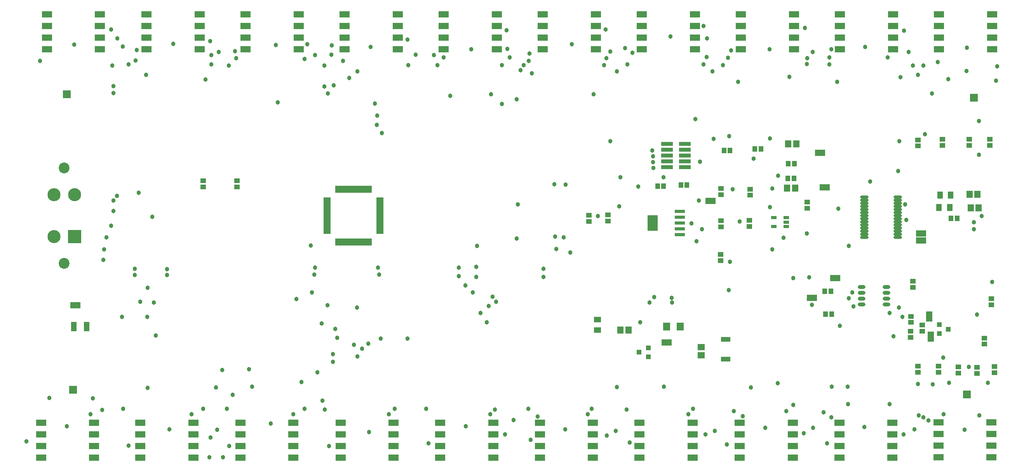
<source format=gbr>
%TF.GenerationSoftware,Altium Limited,Altium Designer,18.1.9 (240)*%
G04 Layer_Color=8388736*
%FSLAX26Y26*%
%MOIN*%
%TF.FileFunction,Soldermask,Top*%
%TF.Part,Single*%
G01*
G75*
%TA.AperFunction,SMDPad,CuDef*%
%ADD51R,0.088709X0.053276*%
%ADD52R,0.053276X0.088709*%
%TA.AperFunction,ViaPad*%
%ADD53R,0.068000X0.068000*%
%TA.AperFunction,ComponentPad*%
%ADD54C,0.111937*%
%ADD55C,0.093039*%
%ADD56R,0.111937X0.111937*%
%TA.AperFunction,ViaPad*%
%ADD57C,0.038000*%
%TA.AperFunction,SMDPad,CuDef*%
%ADD62R,0.090677X0.133984*%
%ADD63R,0.090677X0.031622*%
%ADD64R,0.041465X0.045402*%
%ADD65R,0.047370X0.043433*%
%ADD66R,0.045402X0.041465*%
%ADD67R,0.053276X0.061150*%
%ADD68R,0.043433X0.047370*%
%ADD69R,0.051307X0.059181*%
%ADD70R,0.043433X0.039496*%
%ADD71R,0.082803X0.043433*%
%ADD72R,0.061150X0.053276*%
%ADD73R,0.059181X0.051307*%
%ADD74O,0.072961X0.027685*%
%TA.AperFunction,ConnectorPad*%
%ADD75R,0.088000X0.053000*%
%TA.AperFunction,SMDPad,CuDef*%
%ADD76R,0.061150X0.065087*%
%ADD77R,0.047370X0.031622*%
%ADD78R,0.102488X0.037921*%
%ADD79R,0.061150X0.019811*%
%ADD80R,0.019811X0.061150*%
%ADD81O,0.065087X0.031622*%
%ADD82R,0.047370X0.078866*%
D51*
X7030000Y3301634D02*
D03*
X8834700Y2963408D02*
D03*
Y3023408D02*
D03*
X8100000Y2640000D02*
D03*
X7900000Y2470000D02*
D03*
X6651929Y2085000D02*
D03*
X7970000Y3715000D02*
D03*
X8009700Y3418408D02*
D03*
X1580000Y2405000D02*
D03*
D52*
X8905000Y2310000D02*
D03*
X8918031Y2135000D02*
D03*
D53*
X1505000Y4220000D02*
D03*
X1560000Y1680000D02*
D03*
X9230000Y1640000D02*
D03*
X9287426Y4190000D02*
D03*
D54*
X1395000Y2995945D02*
D03*
Y3355000D02*
D03*
X1570197D02*
D03*
D55*
X1482677Y2765472D02*
D03*
Y3585551D02*
D03*
D56*
X1570197Y2995945D02*
D03*
D57*
X8640000Y3560000D02*
D03*
X9331451Y3700000D02*
D03*
Y3990000D02*
D03*
X8930000Y4223609D02*
D03*
X3315000Y4150000D02*
D03*
X6900000Y4005000D02*
D03*
X7855000Y3020870D02*
D03*
X7560000Y3408476D02*
D03*
X7610000Y3520000D02*
D03*
X9210000Y1335000D02*
D03*
X8350000Y1358024D02*
D03*
X7500000Y1351569D02*
D03*
X5780814Y1340000D02*
D03*
X4930000Y1364147D02*
D03*
X4100000Y1315000D02*
D03*
X3255000Y1390000D02*
D03*
X2385000Y1340000D02*
D03*
X1505000Y1365000D02*
D03*
X1568928Y4645000D02*
D03*
X2420000Y4653550D02*
D03*
X3300000Y4643431D02*
D03*
X4112638Y4625000D02*
D03*
X4975000Y4606462D02*
D03*
X9230000Y4620000D02*
D03*
X8355000Y4625000D02*
D03*
X7535000Y4606462D02*
D03*
X5840000Y4650000D02*
D03*
X6245000Y3254421D02*
D03*
X6061048Y3173032D02*
D03*
X7220000Y3401018D02*
D03*
X6936850Y3640000D02*
D03*
X7185000Y2535000D02*
D03*
X7540000Y3250000D02*
D03*
X6685000Y4715000D02*
D03*
X9335174Y1460000D02*
D03*
X8900000Y1415000D02*
D03*
X8855000Y1442025D02*
D03*
X1730000Y1605000D02*
D03*
X8815000Y1460000D02*
D03*
X8245769Y2515000D02*
D03*
X8710000Y3137196D02*
D03*
X1985000Y4630000D02*
D03*
X5545000Y1450000D02*
D03*
X7305000Y1451976D02*
D03*
X8065000Y1442025D02*
D03*
X9030000Y1470000D02*
D03*
X9244256Y1875000D02*
D03*
X8700000Y3271508D02*
D03*
X7195000Y2780000D02*
D03*
X6865000Y3110000D02*
D03*
X8730000Y4583191D02*
D03*
X7905000D02*
D03*
X6995000Y4539755D02*
D03*
X6170000Y4584755D02*
D03*
X5303550Y4535000D02*
D03*
X4500000Y4560000D02*
D03*
X3635000Y4555000D02*
D03*
X2810000Y4580245D02*
D03*
X8140000Y2230000D02*
D03*
X4320000Y1515000D02*
D03*
X5160000Y2480000D02*
D03*
X5190000Y2435000D02*
D03*
X6505000Y2430000D02*
D03*
X8215000Y2915000D02*
D03*
X8255000Y2395000D02*
D03*
X9290000Y3060000D02*
D03*
X4150000Y4140000D02*
D03*
X4000000Y4415000D02*
D03*
X2185000Y4385000D02*
D03*
X2237000Y3165000D02*
D03*
X2895000Y4465000D02*
D03*
X5495000Y4400000D02*
D03*
X5400000Y4425000D02*
D03*
X5470000Y4505000D02*
D03*
X5425000Y4468431D02*
D03*
X6970000Y4805000D02*
D03*
X7045000Y4415000D02*
D03*
X7135000Y4470000D02*
D03*
X7860000Y4530000D02*
D03*
X8810000Y4385000D02*
D03*
X9225000Y4420000D02*
D03*
X8765000Y4465000D02*
D03*
X8645000Y2384000D02*
D03*
X8565000Y2340000D02*
D03*
X8600000Y2140000D02*
D03*
X8675000Y2305000D02*
D03*
X6545000Y2475000D02*
D03*
X5595000Y2720000D02*
D03*
X6695174Y2470000D02*
D03*
X9355000Y3173032D02*
D03*
X9287426Y3117426D02*
D03*
X3715000Y4465000D02*
D03*
X1940000Y4700000D02*
D03*
X2095000Y4510000D02*
D03*
X2035000Y4475000D02*
D03*
X3775000Y4560000D02*
D03*
X4656569Y4555000D02*
D03*
X4199370Y2120000D02*
D03*
X1980000Y2305000D02*
D03*
X3970000Y2065000D02*
D03*
X4430000Y2120000D02*
D03*
X7655000Y2985000D02*
D03*
X7560000Y2885000D02*
D03*
X6910000Y2955000D02*
D03*
X1904000Y3303732D02*
D03*
X1905000Y3215000D02*
D03*
X1160000Y1235000D02*
D03*
X2730000Y1100000D02*
D03*
X2845000D02*
D03*
X7830000Y1305000D02*
D03*
X6010000Y1515000D02*
D03*
X5465000D02*
D03*
X5340000Y1420000D02*
D03*
X5180000Y1510000D02*
D03*
X5265000Y1295000D02*
D03*
X8810000Y1730000D02*
D03*
X9410000Y1740000D02*
D03*
X6880000Y1515000D02*
D03*
X7605000Y1735000D02*
D03*
X9075000Y1740000D02*
D03*
X8935000Y1725000D02*
D03*
X6225000Y1702336D02*
D03*
X7910000Y1351569D02*
D03*
X2090000Y2665000D02*
D03*
X2365000D02*
D03*
X3630000Y2670000D02*
D03*
X4185000D02*
D03*
X4870000Y2655630D02*
D03*
X5020000Y2650000D02*
D03*
X5595000D02*
D03*
X6700000Y2430000D02*
D03*
X5020000Y2735000D02*
D03*
X4870000Y2730000D02*
D03*
X4175000D02*
D03*
X3635000D02*
D03*
X2365000Y2715000D02*
D03*
X2090000Y2720000D02*
D03*
X1820000Y2795000D02*
D03*
X6254874Y3506508D02*
D03*
X6170000Y3815000D02*
D03*
X6624874Y3506508D02*
D03*
X9445000Y2605000D02*
D03*
X8980000Y4495000D02*
D03*
X8650000Y3815000D02*
D03*
X8550000Y4535000D02*
D03*
X8870000Y3875000D02*
D03*
X5705000Y2890000D02*
D03*
X5025000Y2915000D02*
D03*
X3600000Y2920000D02*
D03*
X5364608Y2980000D02*
D03*
X5374874Y3271508D02*
D03*
X4925000Y2575000D02*
D03*
X3475000Y2460000D02*
D03*
X3070000Y1855000D02*
D03*
X4990000Y2515000D02*
D03*
X3610000D02*
D03*
X2840000Y1850000D02*
D03*
X2785000Y1700000D02*
D03*
X2930000Y1635000D02*
D03*
X9315000Y2325000D02*
D03*
X5825000Y2860000D02*
D03*
X5770000Y2990000D02*
D03*
X5784874Y3441508D02*
D03*
X5125000Y2400000D02*
D03*
X5110000Y2260000D02*
D03*
X6409874Y3426508D02*
D03*
X6540000Y3585000D02*
D03*
X6425000Y2260000D02*
D03*
X2745000Y4555000D02*
D03*
X7279874Y3126508D02*
D03*
X7400000Y3665000D02*
D03*
X7055000Y3835000D02*
D03*
X7190000Y3860000D02*
D03*
X7540000Y3840000D02*
D03*
X5055000Y2340000D02*
D03*
X6535000Y3635000D02*
D03*
Y3685000D02*
D03*
X6530000Y3735000D02*
D03*
X5689874Y3446508D02*
D03*
X5695174Y2996486D02*
D03*
X9480000Y4335000D02*
D03*
X9490000Y4460000D02*
D03*
X9070000Y4350000D02*
D03*
X8400000Y3470000D02*
D03*
X8125000Y3235000D02*
D03*
X7740000Y2640000D02*
D03*
X7875000Y2645000D02*
D03*
X7900000Y2410000D02*
D03*
X2735000Y4675000D02*
D03*
X2960000Y4528431D02*
D03*
X3545000Y4523000D02*
D03*
X5240000Y4135000D02*
D03*
X5364608Y4175000D02*
D03*
X6360000Y4575000D02*
D03*
X5145000Y4220000D02*
D03*
X5280000Y4770000D02*
D03*
X4795000Y4205000D02*
D03*
X4740079Y4535079D02*
D03*
X4210000Y3885000D02*
D03*
X2950000Y4590000D02*
D03*
X4165000Y3955000D02*
D03*
X4430000Y4690000D02*
D03*
X3570000Y4650000D02*
D03*
X3780000Y4640000D02*
D03*
X4685000Y4470000D02*
D03*
X4435000D02*
D03*
X5285000Y4610000D02*
D03*
X6135000Y4530000D02*
D03*
X6295000Y4615000D02*
D03*
X7000000Y4700000D02*
D03*
X7176789Y4531642D02*
D03*
X8050000Y4535000D02*
D03*
X8065000Y4605000D02*
D03*
X8050000Y4475000D02*
D03*
X5240000Y4470000D02*
D03*
X3715000Y4285000D02*
D03*
X1905000Y4290000D02*
D03*
X3745000Y4225000D02*
D03*
X1905000Y4230000D02*
D03*
X4170000Y4035000D02*
D03*
X1885000Y4775000D02*
D03*
X6025000Y4220000D02*
D03*
X6225000Y4415000D02*
D03*
X8115000Y4325000D02*
D03*
X7265000D02*
D03*
X8660000Y4365000D02*
D03*
X8690000Y4765000D02*
D03*
X7705000Y4370000D02*
D03*
X7840000Y4790000D02*
D03*
X7205000Y4595000D02*
D03*
X6130000Y4775000D02*
D03*
X5475000Y4570000D02*
D03*
X1275000Y4505000D02*
D03*
X3795000Y4295000D02*
D03*
X2105000Y4600000D02*
D03*
X3930000Y4360000D02*
D03*
X2695000Y4345000D02*
D03*
X3875000Y4505000D02*
D03*
X1895000Y4465000D02*
D03*
X2745000Y4475000D02*
D03*
X6115000Y4470000D02*
D03*
X6315000Y4475000D02*
D03*
X6970000D02*
D03*
X7855000Y4480000D02*
D03*
X8855000Y4465000D02*
D03*
X3742000Y2404000D02*
D03*
X3996000Y2384000D02*
D03*
X2122000Y3371000D02*
D03*
X1935000Y3346000D02*
D03*
X4037000Y2033000D02*
D03*
X3825000Y2125000D02*
D03*
X4093000Y2075000D02*
D03*
X4000000Y1966252D02*
D03*
X3691000Y2248000D02*
D03*
X3808000Y2201000D02*
D03*
X6629000Y1706000D02*
D03*
X2270000Y2145000D02*
D03*
X1885000Y3090000D02*
D03*
X3790000Y1985000D02*
D03*
Y1920000D02*
D03*
X1845000Y2990000D02*
D03*
X1825000Y2885000D02*
D03*
X3655000Y1830000D02*
D03*
X3520000Y1745000D02*
D03*
X2135000Y2435000D02*
D03*
X2195000Y2305000D02*
D03*
X2200000Y2555000D02*
D03*
X2253284Y2430000D02*
D03*
X1355000Y1610000D02*
D03*
X1710000Y1470000D02*
D03*
X2200000Y1695000D02*
D03*
X2035000Y1200000D02*
D03*
X2575000Y1470000D02*
D03*
X3095000Y1705000D02*
D03*
X2900000Y1195000D02*
D03*
X3450000Y1470000D02*
D03*
X3755000Y1195000D02*
D03*
X4270000Y1470000D02*
D03*
X4610000Y1220000D02*
D03*
X5140000Y1470000D02*
D03*
X6929874Y3306508D02*
D03*
X6954874Y3058408D02*
D03*
X5485000Y1250000D02*
D03*
X5975000Y1470000D02*
D03*
X6335000Y1225000D02*
D03*
X6840000Y1470000D02*
D03*
X8565000Y1555000D02*
D03*
X8070000Y1705000D02*
D03*
X8030000Y1220000D02*
D03*
X8210000Y1555000D02*
D03*
X7679134Y1496569D02*
D03*
X7375000Y1700000D02*
D03*
X7170000Y1210000D02*
D03*
X9025000Y1955000D02*
D03*
X8205000Y1705000D02*
D03*
X1810000Y1505000D02*
D03*
X1990000Y1515000D02*
D03*
X2675000D02*
D03*
X2880000D02*
D03*
X8000000Y1485000D02*
D03*
X7230000Y1495000D02*
D03*
X6310000Y1510000D02*
D03*
X4590000Y1515000D02*
D03*
X3545000D02*
D03*
X3718432Y1510000D02*
D03*
X6215000Y1325000D02*
D03*
X6140000Y1285000D02*
D03*
X7740000Y1550000D02*
D03*
X3700000Y1585000D02*
D03*
X2740000Y1270000D02*
D03*
X2795000Y1335000D02*
D03*
X7065000Y1325000D02*
D03*
X6985000Y1295000D02*
D03*
X8685000D02*
D03*
X8780000Y1340000D02*
D03*
X8215000Y2465000D02*
D03*
D62*
X6530574Y3111900D02*
D03*
D63*
X6764826Y3211900D02*
D03*
Y3161900D02*
D03*
Y3111900D02*
D03*
Y3061900D02*
D03*
Y3011900D02*
D03*
D64*
X6625000Y3430000D02*
D03*
X6573819D02*
D03*
X6826181Y3440000D02*
D03*
X6775000D02*
D03*
X7195591Y3735000D02*
D03*
X7144409D02*
D03*
X7409409Y3750000D02*
D03*
X7460591D02*
D03*
D65*
X7120000Y3407953D02*
D03*
Y3354803D02*
D03*
X7363100Y3133875D02*
D03*
Y3080725D02*
D03*
X7115000Y2789525D02*
D03*
Y2842675D02*
D03*
X7860000Y3291575D02*
D03*
Y3238425D02*
D03*
X8845000Y2236575D02*
D03*
Y2183425D02*
D03*
X9155000Y1876575D02*
D03*
Y1823425D02*
D03*
X6150000Y3128425D02*
D03*
Y3181575D02*
D03*
X5985000Y3178032D02*
D03*
Y3124882D02*
D03*
X9250000Y3833150D02*
D03*
Y3780000D02*
D03*
X9425000Y3831575D02*
D03*
Y3778425D02*
D03*
X2675000Y3476575D02*
D03*
Y3423425D02*
D03*
X2965000Y3476575D02*
D03*
Y3423425D02*
D03*
D66*
X7369874Y3352295D02*
D03*
Y3403476D02*
D03*
X7120000Y3080197D02*
D03*
Y3131378D02*
D03*
X9379874Y2122098D02*
D03*
Y2070917D02*
D03*
X9440079Y2409410D02*
D03*
Y2460591D02*
D03*
X8765000Y2559410D02*
D03*
Y2610591D02*
D03*
X8745000Y2180590D02*
D03*
Y2129409D02*
D03*
X8750000Y2310000D02*
D03*
Y2258819D02*
D03*
X9464874Y1877098D02*
D03*
Y1825917D02*
D03*
X9315000Y1870591D02*
D03*
Y1819409D02*
D03*
X8985000Y1880591D02*
D03*
Y1829409D02*
D03*
X8810000Y1880591D02*
D03*
Y1829409D02*
D03*
X9020000Y3830591D02*
D03*
Y3779410D02*
D03*
X8810000Y3825591D02*
D03*
Y3774410D02*
D03*
D67*
X7764323Y3791508D02*
D03*
X7695425D02*
D03*
X7754323Y3411508D02*
D03*
X7685425D02*
D03*
X9260802Y3243408D02*
D03*
X9329700D02*
D03*
X9319149Y3358211D02*
D03*
X9250251D02*
D03*
X6324449Y2190905D02*
D03*
X6255551D02*
D03*
D68*
X7749874Y3621508D02*
D03*
X7696724D02*
D03*
X7693299Y3496508D02*
D03*
X7746449D02*
D03*
X9146275Y3153408D02*
D03*
X9093125D02*
D03*
X8008425Y2525000D02*
D03*
X8061575D02*
D03*
X8068300Y2327900D02*
D03*
X8015150D02*
D03*
D69*
X8989724Y3245000D02*
D03*
X9080276D02*
D03*
X8999424Y3353408D02*
D03*
X9089976D02*
D03*
D70*
X8990630Y2237402D02*
D03*
Y2162599D02*
D03*
X9069370Y2200000D02*
D03*
X6494370Y1963228D02*
D03*
Y2038031D02*
D03*
X6415630Y2000630D02*
D03*
D71*
X7159874Y2112768D02*
D03*
Y1941508D02*
D03*
D72*
X6950000Y2044449D02*
D03*
Y1975551D02*
D03*
D73*
X6060000Y2281457D02*
D03*
Y2190905D02*
D03*
D74*
X8634874Y2988279D02*
D03*
Y3014894D02*
D03*
Y3041508D02*
D03*
Y3068122D02*
D03*
Y3094736D02*
D03*
Y3121350D02*
D03*
Y3147965D02*
D03*
Y3174579D02*
D03*
Y3201193D02*
D03*
Y3227807D02*
D03*
Y3254421D02*
D03*
Y3281035D02*
D03*
Y3307649D02*
D03*
Y3334264D02*
D03*
X8349441Y2988279D02*
D03*
Y3014894D02*
D03*
Y3041508D02*
D03*
Y3068122D02*
D03*
Y3094736D02*
D03*
Y3121350D02*
D03*
Y3147965D02*
D03*
Y3174579D02*
D03*
Y3201193D02*
D03*
Y3227807D02*
D03*
Y3254421D02*
D03*
Y3281035D02*
D03*
Y3307649D02*
D03*
Y3334264D02*
D03*
D75*
X6895000Y4605000D02*
D03*
Y4705000D02*
D03*
Y4805000D02*
D03*
Y4905000D02*
D03*
X6439921Y4605000D02*
D03*
Y4705000D02*
D03*
Y4805000D02*
D03*
Y4905000D02*
D03*
X8590079Y1095000D02*
D03*
Y1195000D02*
D03*
Y1295000D02*
D03*
Y1395000D02*
D03*
X8135000Y1095000D02*
D03*
Y1195000D02*
D03*
Y1295000D02*
D03*
Y1395000D02*
D03*
X9440079Y1100000D02*
D03*
Y1200000D02*
D03*
Y1300000D02*
D03*
Y1400000D02*
D03*
X8985000Y1100000D02*
D03*
Y1200000D02*
D03*
Y1300000D02*
D03*
Y1400000D02*
D03*
X7733677Y1095000D02*
D03*
Y1195000D02*
D03*
Y1295000D02*
D03*
Y1395000D02*
D03*
X7278599Y1095000D02*
D03*
Y1195000D02*
D03*
Y1295000D02*
D03*
Y1395000D02*
D03*
X6875000Y1095000D02*
D03*
Y1195000D02*
D03*
Y1295000D02*
D03*
Y1395000D02*
D03*
X6419921Y1095000D02*
D03*
Y1195000D02*
D03*
Y1295000D02*
D03*
Y1395000D02*
D03*
X6020000Y1095000D02*
D03*
Y1195000D02*
D03*
Y1295000D02*
D03*
Y1395000D02*
D03*
X5564921Y1095000D02*
D03*
Y1195000D02*
D03*
Y1295000D02*
D03*
Y1395000D02*
D03*
X5165000Y1095000D02*
D03*
Y1195000D02*
D03*
Y1295000D02*
D03*
Y1395000D02*
D03*
X4709921Y1095000D02*
D03*
Y1195000D02*
D03*
Y1295000D02*
D03*
Y1395000D02*
D03*
X4310000Y1095000D02*
D03*
Y1195000D02*
D03*
Y1295000D02*
D03*
Y1395000D02*
D03*
X3854921Y1095000D02*
D03*
Y1195000D02*
D03*
Y1295000D02*
D03*
Y1395000D02*
D03*
X3450000Y1095000D02*
D03*
Y1195000D02*
D03*
Y1295000D02*
D03*
Y1395000D02*
D03*
X2994921Y1095000D02*
D03*
Y1195000D02*
D03*
Y1295000D02*
D03*
Y1395000D02*
D03*
X2591575Y1095000D02*
D03*
Y1195000D02*
D03*
Y1295000D02*
D03*
Y1395000D02*
D03*
X2136496Y1095000D02*
D03*
Y1195000D02*
D03*
Y1295000D02*
D03*
Y1395000D02*
D03*
X1740000Y1095000D02*
D03*
Y1195000D02*
D03*
Y1295000D02*
D03*
Y1395000D02*
D03*
X1284921Y1095000D02*
D03*
Y1195000D02*
D03*
Y1295000D02*
D03*
Y1395000D02*
D03*
X8139921Y4905000D02*
D03*
Y4805000D02*
D03*
Y4705000D02*
D03*
Y4605000D02*
D03*
X8595000Y4905000D02*
D03*
Y4805000D02*
D03*
Y4705000D02*
D03*
Y4605000D02*
D03*
X8989921Y4905000D02*
D03*
Y4805000D02*
D03*
Y4705000D02*
D03*
Y4605000D02*
D03*
X9445000Y4905000D02*
D03*
Y4805000D02*
D03*
Y4705000D02*
D03*
Y4605000D02*
D03*
X7289447Y4905000D02*
D03*
Y4805000D02*
D03*
Y4705000D02*
D03*
Y4605000D02*
D03*
X7744526Y4905000D02*
D03*
Y4805000D02*
D03*
Y4705000D02*
D03*
Y4605000D02*
D03*
X5589921Y4905000D02*
D03*
Y4805000D02*
D03*
Y4705000D02*
D03*
Y4605000D02*
D03*
X6045000Y4905000D02*
D03*
Y4805000D02*
D03*
Y4705000D02*
D03*
Y4605000D02*
D03*
X4739921Y4905000D02*
D03*
Y4805000D02*
D03*
Y4705000D02*
D03*
Y4605000D02*
D03*
X5195000Y4905000D02*
D03*
Y4805000D02*
D03*
Y4705000D02*
D03*
Y4605000D02*
D03*
X3889921Y4905000D02*
D03*
Y4805000D02*
D03*
Y4705000D02*
D03*
Y4605000D02*
D03*
X4345000Y4905000D02*
D03*
Y4805000D02*
D03*
Y4705000D02*
D03*
Y4605000D02*
D03*
X3039921Y4905000D02*
D03*
Y4805000D02*
D03*
Y4705000D02*
D03*
Y4605000D02*
D03*
X3495000Y4905000D02*
D03*
Y4805000D02*
D03*
Y4705000D02*
D03*
Y4605000D02*
D03*
X2189921Y4905000D02*
D03*
Y4805000D02*
D03*
Y4705000D02*
D03*
Y4605000D02*
D03*
X2645000Y4905000D02*
D03*
Y4805000D02*
D03*
Y4705000D02*
D03*
Y4605000D02*
D03*
X1334921Y4905000D02*
D03*
Y4805000D02*
D03*
Y4705000D02*
D03*
Y4605000D02*
D03*
X1790000Y4905000D02*
D03*
Y4805000D02*
D03*
Y4705000D02*
D03*
Y4605000D02*
D03*
D76*
X6768071Y2220630D02*
D03*
X6651929D02*
D03*
D77*
X7570866Y3082598D02*
D03*
Y3157401D02*
D03*
X7679134D02*
D03*
Y3120000D02*
D03*
Y3082598D02*
D03*
D78*
X6655000Y3790421D02*
D03*
X6808543D02*
D03*
X6655000Y3740421D02*
D03*
X6808543D02*
D03*
X6655000Y3690421D02*
D03*
X6808543D02*
D03*
X6655000Y3640421D02*
D03*
X6808543D02*
D03*
X6655000Y3590421D02*
D03*
X6808543D02*
D03*
D79*
X4191378Y3027362D02*
D03*
Y3047047D02*
D03*
Y3066732D02*
D03*
Y3086417D02*
D03*
Y3106102D02*
D03*
Y3125787D02*
D03*
Y3145472D02*
D03*
Y3165157D02*
D03*
Y3184843D02*
D03*
Y3204528D02*
D03*
Y3224213D02*
D03*
Y3243898D02*
D03*
Y3263583D02*
D03*
Y3283268D02*
D03*
Y3302953D02*
D03*
Y3322638D02*
D03*
X3738622D02*
D03*
Y3302953D02*
D03*
Y3283268D02*
D03*
Y3263583D02*
D03*
Y3243898D02*
D03*
Y3224213D02*
D03*
Y3204528D02*
D03*
Y3184843D02*
D03*
Y3165157D02*
D03*
Y3145472D02*
D03*
Y3125787D02*
D03*
Y3106102D02*
D03*
Y3086417D02*
D03*
Y3066732D02*
D03*
Y3047047D02*
D03*
Y3027362D02*
D03*
D80*
X4112638Y3401378D02*
D03*
X4092953D02*
D03*
X4073268D02*
D03*
X4053583D02*
D03*
X4033898D02*
D03*
X4014213D02*
D03*
X3994528D02*
D03*
X3974843D02*
D03*
X3955157D02*
D03*
X3935472D02*
D03*
X3915787D02*
D03*
X3896102D02*
D03*
X3876417D02*
D03*
X3856732D02*
D03*
X3837047D02*
D03*
X3817362D02*
D03*
Y2948622D02*
D03*
X3837047D02*
D03*
X3856732D02*
D03*
X3876417D02*
D03*
X3896102D02*
D03*
X3915787D02*
D03*
X3935472D02*
D03*
X3955157D02*
D03*
X3974843D02*
D03*
X3994528D02*
D03*
X4014213D02*
D03*
X4033898D02*
D03*
X4053583D02*
D03*
X4073268D02*
D03*
X4092953D02*
D03*
X4112638D02*
D03*
D81*
X8538983Y2410500D02*
D03*
Y2460500D02*
D03*
Y2510500D02*
D03*
Y2560500D02*
D03*
X8324416Y2410500D02*
D03*
Y2460500D02*
D03*
Y2510500D02*
D03*
Y2560500D02*
D03*
D82*
X1564882Y2220630D02*
D03*
X1675118D02*
D03*
%TF.MD5,6ea9d86ad275ec5f3730e75e4453f039*%
M02*

</source>
